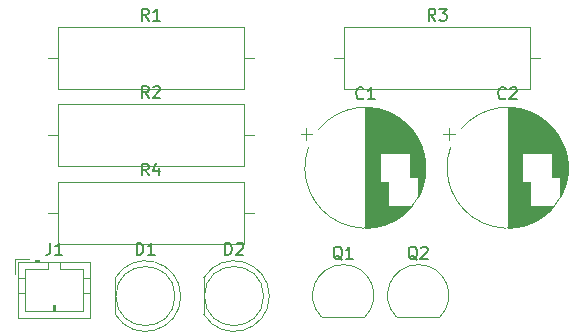
<source format=gbr>
%TF.GenerationSoftware,KiCad,Pcbnew,(5.1.9)-1*%
%TF.CreationDate,2021-04-24T19:55:53+02:00*%
%TF.ProjectId,Blink,426c696e-6b2e-46b6-9963-61645f706362,rev?*%
%TF.SameCoordinates,Original*%
%TF.FileFunction,Legend,Top*%
%TF.FilePolarity,Positive*%
%FSLAX46Y46*%
G04 Gerber Fmt 4.6, Leading zero omitted, Abs format (unit mm)*
G04 Created by KiCad (PCBNEW (5.1.9)-1) date 2021-04-24 19:55:53*
%MOMM*%
%LPD*%
G01*
G04 APERTURE LIST*
%ADD10C,0.120000*%
%ADD11C,0.150000*%
G04 APERTURE END LIST*
D10*
%TO.C,C1*%
X159349647Y-56505001D02*
X159349647Y-66665001D01*
X159389647Y-56505001D02*
X159389647Y-66665001D01*
X159429647Y-56505001D02*
X159429647Y-66665001D01*
X159469647Y-56506001D02*
X159469647Y-66664001D01*
X159509647Y-56507001D02*
X159509647Y-66663001D01*
X159549647Y-56508001D02*
X159549647Y-66662001D01*
X159589647Y-56510001D02*
X159589647Y-66660001D01*
X159629647Y-56512001D02*
X159629647Y-66658001D01*
X159669647Y-56515001D02*
X159669647Y-66655001D01*
X159709647Y-56517001D02*
X159709647Y-66653001D01*
X159749647Y-56520001D02*
X159749647Y-66650001D01*
X159789647Y-56523001D02*
X159789647Y-66647001D01*
X159829647Y-56527001D02*
X159829647Y-66643001D01*
X159869647Y-56531001D02*
X159869647Y-66639001D01*
X159909647Y-56535001D02*
X159909647Y-66635001D01*
X159949647Y-56540001D02*
X159949647Y-66630001D01*
X159989647Y-56545001D02*
X159989647Y-66625001D01*
X160029647Y-56550001D02*
X160029647Y-66620001D01*
X160070647Y-56555001D02*
X160070647Y-66615001D01*
X160110647Y-56561001D02*
X160110647Y-66609001D01*
X160150647Y-56567001D02*
X160150647Y-66603001D01*
X160190647Y-56574001D02*
X160190647Y-66596001D01*
X160230647Y-56581001D02*
X160230647Y-66589001D01*
X160270647Y-56588001D02*
X160270647Y-66582001D01*
X160310647Y-56595001D02*
X160310647Y-66575001D01*
X160350647Y-56603001D02*
X160350647Y-66567001D01*
X160390647Y-56611001D02*
X160390647Y-66559001D01*
X160430647Y-56620001D02*
X160430647Y-66550001D01*
X160470647Y-56629001D02*
X160470647Y-66541001D01*
X160510647Y-56638001D02*
X160510647Y-66532001D01*
X160550647Y-56647001D02*
X160550647Y-66523001D01*
X160590647Y-56657001D02*
X160590647Y-66513001D01*
X160630647Y-56667001D02*
X160630647Y-60344001D01*
X160630647Y-62826001D02*
X160630647Y-66503001D01*
X160670647Y-56678001D02*
X160670647Y-60344001D01*
X160670647Y-62826001D02*
X160670647Y-66492001D01*
X160710647Y-56688001D02*
X160710647Y-60344001D01*
X160710647Y-62826001D02*
X160710647Y-66482001D01*
X160750647Y-56700001D02*
X160750647Y-60344001D01*
X160750647Y-62826001D02*
X160750647Y-66470001D01*
X160790647Y-56711001D02*
X160790647Y-60344001D01*
X160790647Y-62826001D02*
X160790647Y-66459001D01*
X160830647Y-56723001D02*
X160830647Y-60344001D01*
X160830647Y-62826001D02*
X160830647Y-66447001D01*
X160870647Y-56735001D02*
X160870647Y-60344001D01*
X160870647Y-62826001D02*
X160870647Y-66435001D01*
X160910647Y-56748001D02*
X160910647Y-60344001D01*
X160910647Y-62826001D02*
X160910647Y-66422001D01*
X160950647Y-56761001D02*
X160950647Y-60344001D01*
X160950647Y-62826001D02*
X160950647Y-66409001D01*
X160990647Y-56774001D02*
X160990647Y-60344001D01*
X160990647Y-62826001D02*
X160990647Y-66396001D01*
X161030647Y-56788001D02*
X161030647Y-60344001D01*
X161030647Y-62826001D02*
X161030647Y-66382001D01*
X161070647Y-56802001D02*
X161070647Y-60344001D01*
X161070647Y-62826001D02*
X161070647Y-66368001D01*
X161110647Y-56817001D02*
X161110647Y-60344001D01*
X161110647Y-62826001D02*
X161110647Y-66353001D01*
X161150647Y-56831001D02*
X161150647Y-60344001D01*
X161150647Y-62826001D02*
X161150647Y-66339001D01*
X161190647Y-56847001D02*
X161190647Y-60344001D01*
X161190647Y-62826001D02*
X161190647Y-66323001D01*
X161230647Y-56862001D02*
X161230647Y-60344001D01*
X161230647Y-62826001D02*
X161230647Y-66308001D01*
X161270647Y-56878001D02*
X161270647Y-60344001D01*
X161270647Y-62826001D02*
X161270647Y-66292001D01*
X161310647Y-56895001D02*
X161310647Y-60344001D01*
X161310647Y-64825001D02*
X161310647Y-66275001D01*
X161350647Y-56911001D02*
X161350647Y-60344001D01*
X161350647Y-64825001D02*
X161350647Y-66259001D01*
X161390647Y-56928001D02*
X161390647Y-60344001D01*
X161390647Y-64825001D02*
X161390647Y-66242001D01*
X161430647Y-56946001D02*
X161430647Y-60344001D01*
X161430647Y-64825001D02*
X161430647Y-66224001D01*
X161470647Y-56964001D02*
X161470647Y-60344001D01*
X161470647Y-64825001D02*
X161470647Y-66206001D01*
X161510647Y-56982001D02*
X161510647Y-60344001D01*
X161510647Y-64825001D02*
X161510647Y-66188001D01*
X161550647Y-57001001D02*
X161550647Y-60344001D01*
X161550647Y-64825001D02*
X161550647Y-66169001D01*
X161590647Y-57021001D02*
X161590647Y-60344001D01*
X161590647Y-64825001D02*
X161590647Y-66149001D01*
X161630647Y-57040001D02*
X161630647Y-60344001D01*
X161630647Y-64825001D02*
X161630647Y-66130001D01*
X161670647Y-57060001D02*
X161670647Y-60344001D01*
X161670647Y-64825001D02*
X161670647Y-66110001D01*
X161710647Y-57081001D02*
X161710647Y-60344001D01*
X161710647Y-64825001D02*
X161710647Y-66089001D01*
X161750647Y-57102001D02*
X161750647Y-60344001D01*
X161750647Y-64825001D02*
X161750647Y-66068001D01*
X161790647Y-57123001D02*
X161790647Y-60344001D01*
X161790647Y-64825001D02*
X161790647Y-66047001D01*
X161830647Y-57145001D02*
X161830647Y-60344001D01*
X161830647Y-64825001D02*
X161830647Y-66025001D01*
X161870647Y-57168001D02*
X161870647Y-60344001D01*
X161870647Y-64825001D02*
X161870647Y-66002001D01*
X161910647Y-57190001D02*
X161910647Y-60344001D01*
X161910647Y-64825001D02*
X161910647Y-65980001D01*
X161950647Y-57214001D02*
X161950647Y-60344001D01*
X161950647Y-64825001D02*
X161950647Y-65956001D01*
X161990647Y-57238001D02*
X161990647Y-60344001D01*
X161990647Y-64825001D02*
X161990647Y-65932001D01*
X162030647Y-57262001D02*
X162030647Y-60344001D01*
X162030647Y-64825001D02*
X162030647Y-65908001D01*
X162070647Y-57287001D02*
X162070647Y-60344001D01*
X162070647Y-64825001D02*
X162070647Y-65883001D01*
X162110647Y-57312001D02*
X162110647Y-60344001D01*
X162110647Y-64825001D02*
X162110647Y-65858001D01*
X162150647Y-57338001D02*
X162150647Y-60344001D01*
X162150647Y-64825001D02*
X162150647Y-65832001D01*
X162190647Y-57364001D02*
X162190647Y-60344001D01*
X162190647Y-64825001D02*
X162190647Y-65806001D01*
X162230647Y-57391001D02*
X162230647Y-60344001D01*
X162230647Y-64825001D02*
X162230647Y-65779001D01*
X162270647Y-57419001D02*
X162270647Y-60344001D01*
X162270647Y-64825001D02*
X162270647Y-65751001D01*
X162310647Y-57447001D02*
X162310647Y-60344001D01*
X162310647Y-64825001D02*
X162310647Y-65723001D01*
X162350647Y-57475001D02*
X162350647Y-60344001D01*
X162350647Y-64825001D02*
X162350647Y-65695001D01*
X162390647Y-57505001D02*
X162390647Y-60344001D01*
X162390647Y-64825001D02*
X162390647Y-65665001D01*
X162430647Y-57535001D02*
X162430647Y-60344001D01*
X162430647Y-64825001D02*
X162430647Y-65635001D01*
X162470647Y-57565001D02*
X162470647Y-60344001D01*
X162470647Y-64825001D02*
X162470647Y-65605001D01*
X162510647Y-57596001D02*
X162510647Y-60344001D01*
X162510647Y-64825001D02*
X162510647Y-65574001D01*
X162550647Y-57628001D02*
X162550647Y-60344001D01*
X162550647Y-64825001D02*
X162550647Y-65542001D01*
X162590647Y-57660001D02*
X162590647Y-60344001D01*
X162590647Y-64825001D02*
X162590647Y-65510001D01*
X162630647Y-57693001D02*
X162630647Y-60344001D01*
X162630647Y-64825001D02*
X162630647Y-65477001D01*
X162670647Y-57727001D02*
X162670647Y-60344001D01*
X162670647Y-64825001D02*
X162670647Y-65443001D01*
X162710647Y-57761001D02*
X162710647Y-60344001D01*
X162710647Y-64825001D02*
X162710647Y-65409001D01*
X162750647Y-57796001D02*
X162750647Y-60344001D01*
X162750647Y-64825001D02*
X162750647Y-65374001D01*
X162790647Y-57832001D02*
X162790647Y-60344001D01*
X162790647Y-64825001D02*
X162790647Y-65338001D01*
X162830647Y-57869001D02*
X162830647Y-60344001D01*
X162830647Y-64825001D02*
X162830647Y-65301001D01*
X162870647Y-57906001D02*
X162870647Y-60344001D01*
X162870647Y-64825001D02*
X162870647Y-65264001D01*
X162910647Y-57945001D02*
X162910647Y-60344001D01*
X162910647Y-64825001D02*
X162910647Y-65225001D01*
X162950647Y-57984001D02*
X162950647Y-60344001D01*
X162950647Y-64825001D02*
X162950647Y-65186001D01*
X162990647Y-58024001D02*
X162990647Y-60344001D01*
X162990647Y-64825001D02*
X162990647Y-65146001D01*
X163030647Y-58065001D02*
X163030647Y-60344001D01*
X163030647Y-64825001D02*
X163030647Y-65105001D01*
X163070647Y-58107001D02*
X163070647Y-60344001D01*
X163070647Y-64825001D02*
X163070647Y-65063001D01*
X163110647Y-58149001D02*
X163110647Y-62345001D01*
X163110647Y-64825001D02*
X163110647Y-65021001D01*
X163150647Y-58193001D02*
X163150647Y-62345001D01*
X163150647Y-64825001D02*
X163150647Y-64977001D01*
X163190647Y-58238001D02*
X163190647Y-62345001D01*
X163190647Y-64825001D02*
X163190647Y-64932001D01*
X163230647Y-58284001D02*
X163230647Y-62345001D01*
X163230647Y-64825001D02*
X163230647Y-64886001D01*
X163270647Y-58331001D02*
X163270647Y-62345001D01*
X163270647Y-64825001D02*
X163270647Y-64839001D01*
X163310647Y-58379001D02*
X163310647Y-62345001D01*
X163350647Y-58429001D02*
X163350647Y-62345001D01*
X163390647Y-58479001D02*
X163390647Y-62345001D01*
X163430647Y-58531001D02*
X163430647Y-62345001D01*
X163470647Y-58585001D02*
X163470647Y-62345001D01*
X163510647Y-58640001D02*
X163510647Y-62345001D01*
X163550647Y-58696001D02*
X163550647Y-62345001D01*
X163590647Y-58755001D02*
X163590647Y-62345001D01*
X163630647Y-58815001D02*
X163630647Y-62345001D01*
X163670647Y-58876001D02*
X163670647Y-62345001D01*
X163710647Y-58940001D02*
X163710647Y-62345001D01*
X163750647Y-59006001D02*
X163750647Y-62345001D01*
X163790647Y-59075001D02*
X163790647Y-64095001D01*
X163830647Y-59146001D02*
X163830647Y-64024001D01*
X163870647Y-59220001D02*
X163870647Y-63950001D01*
X163910647Y-59296001D02*
X163910647Y-63874001D01*
X163950647Y-59376001D02*
X163950647Y-63794001D01*
X163990647Y-59460001D02*
X163990647Y-63710001D01*
X164030647Y-59548001D02*
X164030647Y-63622001D01*
X164070647Y-59641001D02*
X164070647Y-63529001D01*
X164110647Y-59739001D02*
X164110647Y-63431001D01*
X164150647Y-59843001D02*
X164150647Y-63327001D01*
X164190647Y-59955001D02*
X164190647Y-63215001D01*
X164230647Y-60075001D02*
X164230647Y-63095001D01*
X164270647Y-60207001D02*
X164270647Y-62963001D01*
X164310647Y-60355001D02*
X164310647Y-62815001D01*
X164350647Y-60523001D02*
X164350647Y-62647001D01*
X164390647Y-60723001D02*
X164390647Y-62447001D01*
X164430647Y-60986001D02*
X164430647Y-62184001D01*
X153870001Y-58710001D02*
X154870001Y-58710001D01*
X154370001Y-58210001D02*
X154370001Y-59210001D01*
X154524743Y-59871903D02*
G75*
G03*
X155401635Y-58325001I4824904J-1713098D01*
G01*
%TO.C,C2*%
X166410001Y-58210001D02*
X166410001Y-59210001D01*
X165910001Y-58710001D02*
X166910001Y-58710001D01*
X176470647Y-60986001D02*
X176470647Y-62184001D01*
X176430647Y-60723001D02*
X176430647Y-62447001D01*
X176390647Y-60523001D02*
X176390647Y-62647001D01*
X176350647Y-60355001D02*
X176350647Y-62815001D01*
X176310647Y-60207001D02*
X176310647Y-62963001D01*
X176270647Y-60075001D02*
X176270647Y-63095001D01*
X176230647Y-59955001D02*
X176230647Y-63215001D01*
X176190647Y-59843001D02*
X176190647Y-63327001D01*
X176150647Y-59739001D02*
X176150647Y-63431001D01*
X176110647Y-59641001D02*
X176110647Y-63529001D01*
X176070647Y-59548001D02*
X176070647Y-63622001D01*
X176030647Y-59460001D02*
X176030647Y-63710001D01*
X175990647Y-59376001D02*
X175990647Y-63794001D01*
X175950647Y-59296001D02*
X175950647Y-63874001D01*
X175910647Y-59220001D02*
X175910647Y-63950001D01*
X175870647Y-59146001D02*
X175870647Y-64024001D01*
X175830647Y-59075001D02*
X175830647Y-64095001D01*
X175790647Y-59006001D02*
X175790647Y-62345001D01*
X175750647Y-58940001D02*
X175750647Y-62345001D01*
X175710647Y-58876001D02*
X175710647Y-62345001D01*
X175670647Y-58815001D02*
X175670647Y-62345001D01*
X175630647Y-58755001D02*
X175630647Y-62345001D01*
X175590647Y-58696001D02*
X175590647Y-62345001D01*
X175550647Y-58640001D02*
X175550647Y-62345001D01*
X175510647Y-58585001D02*
X175510647Y-62345001D01*
X175470647Y-58531001D02*
X175470647Y-62345001D01*
X175430647Y-58479001D02*
X175430647Y-62345001D01*
X175390647Y-58429001D02*
X175390647Y-62345001D01*
X175350647Y-58379001D02*
X175350647Y-62345001D01*
X175310647Y-64825001D02*
X175310647Y-64839001D01*
X175310647Y-58331001D02*
X175310647Y-62345001D01*
X175270647Y-64825001D02*
X175270647Y-64886001D01*
X175270647Y-58284001D02*
X175270647Y-62345001D01*
X175230647Y-64825001D02*
X175230647Y-64932001D01*
X175230647Y-58238001D02*
X175230647Y-62345001D01*
X175190647Y-64825001D02*
X175190647Y-64977001D01*
X175190647Y-58193001D02*
X175190647Y-62345001D01*
X175150647Y-64825001D02*
X175150647Y-65021001D01*
X175150647Y-58149001D02*
X175150647Y-62345001D01*
X175110647Y-64825001D02*
X175110647Y-65063001D01*
X175110647Y-58107001D02*
X175110647Y-60344001D01*
X175070647Y-64825001D02*
X175070647Y-65105001D01*
X175070647Y-58065001D02*
X175070647Y-60344001D01*
X175030647Y-64825001D02*
X175030647Y-65146001D01*
X175030647Y-58024001D02*
X175030647Y-60344001D01*
X174990647Y-64825001D02*
X174990647Y-65186001D01*
X174990647Y-57984001D02*
X174990647Y-60344001D01*
X174950647Y-64825001D02*
X174950647Y-65225001D01*
X174950647Y-57945001D02*
X174950647Y-60344001D01*
X174910647Y-64825001D02*
X174910647Y-65264001D01*
X174910647Y-57906001D02*
X174910647Y-60344001D01*
X174870647Y-64825001D02*
X174870647Y-65301001D01*
X174870647Y-57869001D02*
X174870647Y-60344001D01*
X174830647Y-64825001D02*
X174830647Y-65338001D01*
X174830647Y-57832001D02*
X174830647Y-60344001D01*
X174790647Y-64825001D02*
X174790647Y-65374001D01*
X174790647Y-57796001D02*
X174790647Y-60344001D01*
X174750647Y-64825001D02*
X174750647Y-65409001D01*
X174750647Y-57761001D02*
X174750647Y-60344001D01*
X174710647Y-64825001D02*
X174710647Y-65443001D01*
X174710647Y-57727001D02*
X174710647Y-60344001D01*
X174670647Y-64825001D02*
X174670647Y-65477001D01*
X174670647Y-57693001D02*
X174670647Y-60344001D01*
X174630647Y-64825001D02*
X174630647Y-65510001D01*
X174630647Y-57660001D02*
X174630647Y-60344001D01*
X174590647Y-64825001D02*
X174590647Y-65542001D01*
X174590647Y-57628001D02*
X174590647Y-60344001D01*
X174550647Y-64825001D02*
X174550647Y-65574001D01*
X174550647Y-57596001D02*
X174550647Y-60344001D01*
X174510647Y-64825001D02*
X174510647Y-65605001D01*
X174510647Y-57565001D02*
X174510647Y-60344001D01*
X174470647Y-64825001D02*
X174470647Y-65635001D01*
X174470647Y-57535001D02*
X174470647Y-60344001D01*
X174430647Y-64825001D02*
X174430647Y-65665001D01*
X174430647Y-57505001D02*
X174430647Y-60344001D01*
X174390647Y-64825001D02*
X174390647Y-65695001D01*
X174390647Y-57475001D02*
X174390647Y-60344001D01*
X174350647Y-64825001D02*
X174350647Y-65723001D01*
X174350647Y-57447001D02*
X174350647Y-60344001D01*
X174310647Y-64825001D02*
X174310647Y-65751001D01*
X174310647Y-57419001D02*
X174310647Y-60344001D01*
X174270647Y-64825001D02*
X174270647Y-65779001D01*
X174270647Y-57391001D02*
X174270647Y-60344001D01*
X174230647Y-64825001D02*
X174230647Y-65806001D01*
X174230647Y-57364001D02*
X174230647Y-60344001D01*
X174190647Y-64825001D02*
X174190647Y-65832001D01*
X174190647Y-57338001D02*
X174190647Y-60344001D01*
X174150647Y-64825001D02*
X174150647Y-65858001D01*
X174150647Y-57312001D02*
X174150647Y-60344001D01*
X174110647Y-64825001D02*
X174110647Y-65883001D01*
X174110647Y-57287001D02*
X174110647Y-60344001D01*
X174070647Y-64825001D02*
X174070647Y-65908001D01*
X174070647Y-57262001D02*
X174070647Y-60344001D01*
X174030647Y-64825001D02*
X174030647Y-65932001D01*
X174030647Y-57238001D02*
X174030647Y-60344001D01*
X173990647Y-64825001D02*
X173990647Y-65956001D01*
X173990647Y-57214001D02*
X173990647Y-60344001D01*
X173950647Y-64825001D02*
X173950647Y-65980001D01*
X173950647Y-57190001D02*
X173950647Y-60344001D01*
X173910647Y-64825001D02*
X173910647Y-66002001D01*
X173910647Y-57168001D02*
X173910647Y-60344001D01*
X173870647Y-64825001D02*
X173870647Y-66025001D01*
X173870647Y-57145001D02*
X173870647Y-60344001D01*
X173830647Y-64825001D02*
X173830647Y-66047001D01*
X173830647Y-57123001D02*
X173830647Y-60344001D01*
X173790647Y-64825001D02*
X173790647Y-66068001D01*
X173790647Y-57102001D02*
X173790647Y-60344001D01*
X173750647Y-64825001D02*
X173750647Y-66089001D01*
X173750647Y-57081001D02*
X173750647Y-60344001D01*
X173710647Y-64825001D02*
X173710647Y-66110001D01*
X173710647Y-57060001D02*
X173710647Y-60344001D01*
X173670647Y-64825001D02*
X173670647Y-66130001D01*
X173670647Y-57040001D02*
X173670647Y-60344001D01*
X173630647Y-64825001D02*
X173630647Y-66149001D01*
X173630647Y-57021001D02*
X173630647Y-60344001D01*
X173590647Y-64825001D02*
X173590647Y-66169001D01*
X173590647Y-57001001D02*
X173590647Y-60344001D01*
X173550647Y-64825001D02*
X173550647Y-66188001D01*
X173550647Y-56982001D02*
X173550647Y-60344001D01*
X173510647Y-64825001D02*
X173510647Y-66206001D01*
X173510647Y-56964001D02*
X173510647Y-60344001D01*
X173470647Y-64825001D02*
X173470647Y-66224001D01*
X173470647Y-56946001D02*
X173470647Y-60344001D01*
X173430647Y-64825001D02*
X173430647Y-66242001D01*
X173430647Y-56928001D02*
X173430647Y-60344001D01*
X173390647Y-64825001D02*
X173390647Y-66259001D01*
X173390647Y-56911001D02*
X173390647Y-60344001D01*
X173350647Y-64825001D02*
X173350647Y-66275001D01*
X173350647Y-56895001D02*
X173350647Y-60344001D01*
X173310647Y-62826001D02*
X173310647Y-66292001D01*
X173310647Y-56878001D02*
X173310647Y-60344001D01*
X173270647Y-62826001D02*
X173270647Y-66308001D01*
X173270647Y-56862001D02*
X173270647Y-60344001D01*
X173230647Y-62826001D02*
X173230647Y-66323001D01*
X173230647Y-56847001D02*
X173230647Y-60344001D01*
X173190647Y-62826001D02*
X173190647Y-66339001D01*
X173190647Y-56831001D02*
X173190647Y-60344001D01*
X173150647Y-62826001D02*
X173150647Y-66353001D01*
X173150647Y-56817001D02*
X173150647Y-60344001D01*
X173110647Y-62826001D02*
X173110647Y-66368001D01*
X173110647Y-56802001D02*
X173110647Y-60344001D01*
X173070647Y-62826001D02*
X173070647Y-66382001D01*
X173070647Y-56788001D02*
X173070647Y-60344001D01*
X173030647Y-62826001D02*
X173030647Y-66396001D01*
X173030647Y-56774001D02*
X173030647Y-60344001D01*
X172990647Y-62826001D02*
X172990647Y-66409001D01*
X172990647Y-56761001D02*
X172990647Y-60344001D01*
X172950647Y-62826001D02*
X172950647Y-66422001D01*
X172950647Y-56748001D02*
X172950647Y-60344001D01*
X172910647Y-62826001D02*
X172910647Y-66435001D01*
X172910647Y-56735001D02*
X172910647Y-60344001D01*
X172870647Y-62826001D02*
X172870647Y-66447001D01*
X172870647Y-56723001D02*
X172870647Y-60344001D01*
X172830647Y-62826001D02*
X172830647Y-66459001D01*
X172830647Y-56711001D02*
X172830647Y-60344001D01*
X172790647Y-62826001D02*
X172790647Y-66470001D01*
X172790647Y-56700001D02*
X172790647Y-60344001D01*
X172750647Y-62826001D02*
X172750647Y-66482001D01*
X172750647Y-56688001D02*
X172750647Y-60344001D01*
X172710647Y-62826001D02*
X172710647Y-66492001D01*
X172710647Y-56678001D02*
X172710647Y-60344001D01*
X172670647Y-62826001D02*
X172670647Y-66503001D01*
X172670647Y-56667001D02*
X172670647Y-60344001D01*
X172630647Y-56657001D02*
X172630647Y-66513001D01*
X172590647Y-56647001D02*
X172590647Y-66523001D01*
X172550647Y-56638001D02*
X172550647Y-66532001D01*
X172510647Y-56629001D02*
X172510647Y-66541001D01*
X172470647Y-56620001D02*
X172470647Y-66550001D01*
X172430647Y-56611001D02*
X172430647Y-66559001D01*
X172390647Y-56603001D02*
X172390647Y-66567001D01*
X172350647Y-56595001D02*
X172350647Y-66575001D01*
X172310647Y-56588001D02*
X172310647Y-66582001D01*
X172270647Y-56581001D02*
X172270647Y-66589001D01*
X172230647Y-56574001D02*
X172230647Y-66596001D01*
X172190647Y-56567001D02*
X172190647Y-66603001D01*
X172150647Y-56561001D02*
X172150647Y-66609001D01*
X172110647Y-56555001D02*
X172110647Y-66615001D01*
X172069647Y-56550001D02*
X172069647Y-66620001D01*
X172029647Y-56545001D02*
X172029647Y-66625001D01*
X171989647Y-56540001D02*
X171989647Y-66630001D01*
X171949647Y-56535001D02*
X171949647Y-66635001D01*
X171909647Y-56531001D02*
X171909647Y-66639001D01*
X171869647Y-56527001D02*
X171869647Y-66643001D01*
X171829647Y-56523001D02*
X171829647Y-66647001D01*
X171789647Y-56520001D02*
X171789647Y-66650001D01*
X171749647Y-56517001D02*
X171749647Y-66653001D01*
X171709647Y-56515001D02*
X171709647Y-66655001D01*
X171669647Y-56512001D02*
X171669647Y-66658001D01*
X171629647Y-56510001D02*
X171629647Y-66660001D01*
X171589647Y-56508001D02*
X171589647Y-66662001D01*
X171549647Y-56507001D02*
X171549647Y-66663001D01*
X171509647Y-56506001D02*
X171509647Y-66664001D01*
X171469647Y-56505001D02*
X171469647Y-66665001D01*
X171429647Y-56505001D02*
X171429647Y-66665001D01*
X171389647Y-56505001D02*
X171389647Y-66665001D01*
X166564743Y-59871903D02*
G75*
G03*
X167441635Y-58325001I4824904J-1713098D01*
G01*
%TO.C,D1*%
X143235001Y-72455001D02*
G75*
G03*
X143235001Y-72455001I-2500000J0D01*
G01*
X138175001Y-70910001D02*
X138175001Y-74000001D01*
X143725001Y-72455463D02*
G75*
G03*
X138175001Y-70910171I-2990000J462D01*
G01*
X143725001Y-72454539D02*
G75*
G02*
X138175001Y-73999831I-2990000J-462D01*
G01*
%TO.C,D2*%
X145675001Y-70910001D02*
X145675001Y-74000001D01*
X150735001Y-72455001D02*
G75*
G03*
X150735001Y-72455001I-2500000J0D01*
G01*
X151225001Y-72454539D02*
G75*
G02*
X145675001Y-73999831I-2990000J-462D01*
G01*
X151225001Y-72455463D02*
G75*
G03*
X145675001Y-70910171I-2990000J462D01*
G01*
%TO.C,J1*%
X129955001Y-69595001D02*
X129955001Y-74315001D01*
X129955001Y-74315001D02*
X136075001Y-74315001D01*
X136075001Y-74315001D02*
X136075001Y-69595001D01*
X136075001Y-69595001D02*
X129955001Y-69595001D01*
X131715001Y-69595001D02*
X131715001Y-69395001D01*
X131715001Y-69395001D02*
X131415001Y-69395001D01*
X131415001Y-69395001D02*
X131415001Y-69595001D01*
X131715001Y-69495001D02*
X131415001Y-69495001D01*
X132515001Y-69595001D02*
X132515001Y-70205001D01*
X132515001Y-70205001D02*
X130565001Y-70205001D01*
X130565001Y-70205001D02*
X130565001Y-73705001D01*
X130565001Y-73705001D02*
X135465001Y-73705001D01*
X135465001Y-73705001D02*
X135465001Y-70205001D01*
X135465001Y-70205001D02*
X133515001Y-70205001D01*
X133515001Y-70205001D02*
X133515001Y-69595001D01*
X129955001Y-70905001D02*
X130565001Y-70905001D01*
X129955001Y-72205001D02*
X130565001Y-72205001D01*
X136075001Y-70905001D02*
X135465001Y-70905001D01*
X136075001Y-72205001D02*
X135465001Y-72205001D01*
X132915001Y-73705001D02*
X132915001Y-73205001D01*
X132915001Y-73205001D02*
X133115001Y-73205001D01*
X133115001Y-73205001D02*
X133115001Y-73705001D01*
X133015001Y-73705001D02*
X133015001Y-73205001D01*
X130905001Y-69295001D02*
X129655001Y-69295001D01*
X129655001Y-69295001D02*
X129655001Y-70545001D01*
%TO.C,Q1*%
X155680000Y-74240000D02*
X159280000Y-74240000D01*
X159318478Y-74228478D02*
G75*
G03*
X157480000Y-69790000I-1838478J1838478D01*
G01*
X155641522Y-74228478D02*
G75*
G02*
X157480000Y-69790000I1838478J1838478D01*
G01*
%TO.C,Q2*%
X162030000Y-74240000D02*
X165630000Y-74240000D01*
X161991522Y-74228478D02*
G75*
G02*
X163830000Y-69790000I1838478J1838478D01*
G01*
X165668478Y-74228478D02*
G75*
G03*
X163830000Y-69790000I-1838478J1838478D01*
G01*
%TO.C,R1*%
X133305001Y-49685001D02*
X133305001Y-54925001D01*
X133305001Y-54925001D02*
X149045001Y-54925001D01*
X149045001Y-54925001D02*
X149045001Y-49685001D01*
X149045001Y-49685001D02*
X133305001Y-49685001D01*
X132455001Y-52305001D02*
X133305001Y-52305001D01*
X149895001Y-52305001D02*
X149045001Y-52305001D01*
%TO.C,R2*%
X149895001Y-58855001D02*
X149045001Y-58855001D01*
X132455001Y-58855001D02*
X133305001Y-58855001D01*
X149045001Y-56235001D02*
X133305001Y-56235001D01*
X149045001Y-61475001D02*
X149045001Y-56235001D01*
X133305001Y-61475001D02*
X149045001Y-61475001D01*
X133305001Y-56235001D02*
X133305001Y-61475001D01*
%TO.C,R3*%
X157575001Y-49685001D02*
X157575001Y-54925001D01*
X157575001Y-54925001D02*
X173315001Y-54925001D01*
X173315001Y-54925001D02*
X173315001Y-49685001D01*
X173315001Y-49685001D02*
X157575001Y-49685001D01*
X156725001Y-52305001D02*
X157575001Y-52305001D01*
X174165001Y-52305001D02*
X173315001Y-52305001D01*
%TO.C,R4*%
X149895001Y-65405001D02*
X149045001Y-65405001D01*
X132455001Y-65405001D02*
X133305001Y-65405001D01*
X149045001Y-62785001D02*
X133305001Y-62785001D01*
X149045001Y-68025001D02*
X149045001Y-62785001D01*
X133305001Y-68025001D02*
X149045001Y-68025001D01*
X133305001Y-62785001D02*
X133305001Y-68025001D01*
%TO.C,C1*%
D11*
X159182980Y-55692143D02*
X159135361Y-55739762D01*
X158992504Y-55787381D01*
X158897266Y-55787381D01*
X158754408Y-55739762D01*
X158659170Y-55644524D01*
X158611551Y-55549286D01*
X158563932Y-55358810D01*
X158563932Y-55215953D01*
X158611551Y-55025477D01*
X158659170Y-54930239D01*
X158754408Y-54835001D01*
X158897266Y-54787381D01*
X158992504Y-54787381D01*
X159135361Y-54835001D01*
X159182980Y-54882620D01*
X160135361Y-55787381D02*
X159563932Y-55787381D01*
X159849647Y-55787381D02*
X159849647Y-54787381D01*
X159754408Y-54930239D01*
X159659170Y-55025477D01*
X159563932Y-55073096D01*
%TO.C,C2*%
X171222980Y-55692143D02*
X171175361Y-55739762D01*
X171032504Y-55787381D01*
X170937266Y-55787381D01*
X170794408Y-55739762D01*
X170699170Y-55644524D01*
X170651551Y-55549286D01*
X170603932Y-55358810D01*
X170603932Y-55215953D01*
X170651551Y-55025477D01*
X170699170Y-54930239D01*
X170794408Y-54835001D01*
X170937266Y-54787381D01*
X171032504Y-54787381D01*
X171175361Y-54835001D01*
X171222980Y-54882620D01*
X171603932Y-54882620D02*
X171651551Y-54835001D01*
X171746789Y-54787381D01*
X171984885Y-54787381D01*
X172080123Y-54835001D01*
X172127742Y-54882620D01*
X172175361Y-54977858D01*
X172175361Y-55073096D01*
X172127742Y-55215953D01*
X171556313Y-55787381D01*
X172175361Y-55787381D01*
%TO.C,D1*%
X139996905Y-68947381D02*
X139996905Y-67947381D01*
X140235001Y-67947381D01*
X140377858Y-67995001D01*
X140473096Y-68090239D01*
X140520715Y-68185477D01*
X140568334Y-68375953D01*
X140568334Y-68518810D01*
X140520715Y-68709286D01*
X140473096Y-68804524D01*
X140377858Y-68899762D01*
X140235001Y-68947381D01*
X139996905Y-68947381D01*
X141520715Y-68947381D02*
X140949286Y-68947381D01*
X141235001Y-68947381D02*
X141235001Y-67947381D01*
X141139762Y-68090239D01*
X141044524Y-68185477D01*
X140949286Y-68233096D01*
%TO.C,D2*%
X147496905Y-68947381D02*
X147496905Y-67947381D01*
X147735001Y-67947381D01*
X147877858Y-67995001D01*
X147973096Y-68090239D01*
X148020715Y-68185477D01*
X148068334Y-68375953D01*
X148068334Y-68518810D01*
X148020715Y-68709286D01*
X147973096Y-68804524D01*
X147877858Y-68899762D01*
X147735001Y-68947381D01*
X147496905Y-68947381D01*
X148449286Y-68042620D02*
X148496905Y-67995001D01*
X148592143Y-67947381D01*
X148830239Y-67947381D01*
X148925477Y-67995001D01*
X148973096Y-68042620D01*
X149020715Y-68137858D01*
X149020715Y-68233096D01*
X148973096Y-68375953D01*
X148401667Y-68947381D01*
X149020715Y-68947381D01*
%TO.C,J1*%
X132681667Y-67957381D02*
X132681667Y-68671667D01*
X132634048Y-68814524D01*
X132538810Y-68909762D01*
X132395953Y-68957381D01*
X132300715Y-68957381D01*
X133681667Y-68957381D02*
X133110239Y-68957381D01*
X133395953Y-68957381D02*
X133395953Y-67957381D01*
X133300715Y-68100239D01*
X133205477Y-68195477D01*
X133110239Y-68243096D01*
%TO.C,Q1*%
X157384761Y-69377619D02*
X157289523Y-69330000D01*
X157194285Y-69234761D01*
X157051428Y-69091904D01*
X156956190Y-69044285D01*
X156860952Y-69044285D01*
X156908571Y-69282380D02*
X156813333Y-69234761D01*
X156718095Y-69139523D01*
X156670476Y-68949047D01*
X156670476Y-68615714D01*
X156718095Y-68425238D01*
X156813333Y-68330000D01*
X156908571Y-68282380D01*
X157099047Y-68282380D01*
X157194285Y-68330000D01*
X157289523Y-68425238D01*
X157337142Y-68615714D01*
X157337142Y-68949047D01*
X157289523Y-69139523D01*
X157194285Y-69234761D01*
X157099047Y-69282380D01*
X156908571Y-69282380D01*
X158289523Y-69282380D02*
X157718095Y-69282380D01*
X158003809Y-69282380D02*
X158003809Y-68282380D01*
X157908571Y-68425238D01*
X157813333Y-68520476D01*
X157718095Y-68568095D01*
%TO.C,Q2*%
X163734761Y-69377619D02*
X163639523Y-69330000D01*
X163544285Y-69234761D01*
X163401428Y-69091904D01*
X163306190Y-69044285D01*
X163210952Y-69044285D01*
X163258571Y-69282380D02*
X163163333Y-69234761D01*
X163068095Y-69139523D01*
X163020476Y-68949047D01*
X163020476Y-68615714D01*
X163068095Y-68425238D01*
X163163333Y-68330000D01*
X163258571Y-68282380D01*
X163449047Y-68282380D01*
X163544285Y-68330000D01*
X163639523Y-68425238D01*
X163687142Y-68615714D01*
X163687142Y-68949047D01*
X163639523Y-69139523D01*
X163544285Y-69234761D01*
X163449047Y-69282380D01*
X163258571Y-69282380D01*
X164068095Y-68377619D02*
X164115714Y-68330000D01*
X164210952Y-68282380D01*
X164449047Y-68282380D01*
X164544285Y-68330000D01*
X164591904Y-68377619D01*
X164639523Y-68472857D01*
X164639523Y-68568095D01*
X164591904Y-68710952D01*
X164020476Y-69282380D01*
X164639523Y-69282380D01*
%TO.C,R1*%
X141008334Y-49137381D02*
X140675001Y-48661191D01*
X140436905Y-49137381D02*
X140436905Y-48137381D01*
X140817858Y-48137381D01*
X140913096Y-48185001D01*
X140960715Y-48232620D01*
X141008334Y-48327858D01*
X141008334Y-48470715D01*
X140960715Y-48565953D01*
X140913096Y-48613572D01*
X140817858Y-48661191D01*
X140436905Y-48661191D01*
X141960715Y-49137381D02*
X141389286Y-49137381D01*
X141675001Y-49137381D02*
X141675001Y-48137381D01*
X141579762Y-48280239D01*
X141484524Y-48375477D01*
X141389286Y-48423096D01*
%TO.C,R2*%
X141008334Y-55687381D02*
X140675001Y-55211191D01*
X140436905Y-55687381D02*
X140436905Y-54687381D01*
X140817858Y-54687381D01*
X140913096Y-54735001D01*
X140960715Y-54782620D01*
X141008334Y-54877858D01*
X141008334Y-55020715D01*
X140960715Y-55115953D01*
X140913096Y-55163572D01*
X140817858Y-55211191D01*
X140436905Y-55211191D01*
X141389286Y-54782620D02*
X141436905Y-54735001D01*
X141532143Y-54687381D01*
X141770239Y-54687381D01*
X141865477Y-54735001D01*
X141913096Y-54782620D01*
X141960715Y-54877858D01*
X141960715Y-54973096D01*
X141913096Y-55115953D01*
X141341667Y-55687381D01*
X141960715Y-55687381D01*
%TO.C,R3*%
X165278334Y-49137381D02*
X164945001Y-48661191D01*
X164706905Y-49137381D02*
X164706905Y-48137381D01*
X165087858Y-48137381D01*
X165183096Y-48185001D01*
X165230715Y-48232620D01*
X165278334Y-48327858D01*
X165278334Y-48470715D01*
X165230715Y-48565953D01*
X165183096Y-48613572D01*
X165087858Y-48661191D01*
X164706905Y-48661191D01*
X165611667Y-48137381D02*
X166230715Y-48137381D01*
X165897381Y-48518334D01*
X166040239Y-48518334D01*
X166135477Y-48565953D01*
X166183096Y-48613572D01*
X166230715Y-48708810D01*
X166230715Y-48946905D01*
X166183096Y-49042143D01*
X166135477Y-49089762D01*
X166040239Y-49137381D01*
X165754524Y-49137381D01*
X165659286Y-49089762D01*
X165611667Y-49042143D01*
%TO.C,R4*%
X141008334Y-62237381D02*
X140675001Y-61761191D01*
X140436905Y-62237381D02*
X140436905Y-61237381D01*
X140817858Y-61237381D01*
X140913096Y-61285001D01*
X140960715Y-61332620D01*
X141008334Y-61427858D01*
X141008334Y-61570715D01*
X140960715Y-61665953D01*
X140913096Y-61713572D01*
X140817858Y-61761191D01*
X140436905Y-61761191D01*
X141865477Y-61570715D02*
X141865477Y-62237381D01*
X141627381Y-61189762D02*
X141389286Y-61904048D01*
X142008334Y-61904048D01*
%TD*%
M02*

</source>
